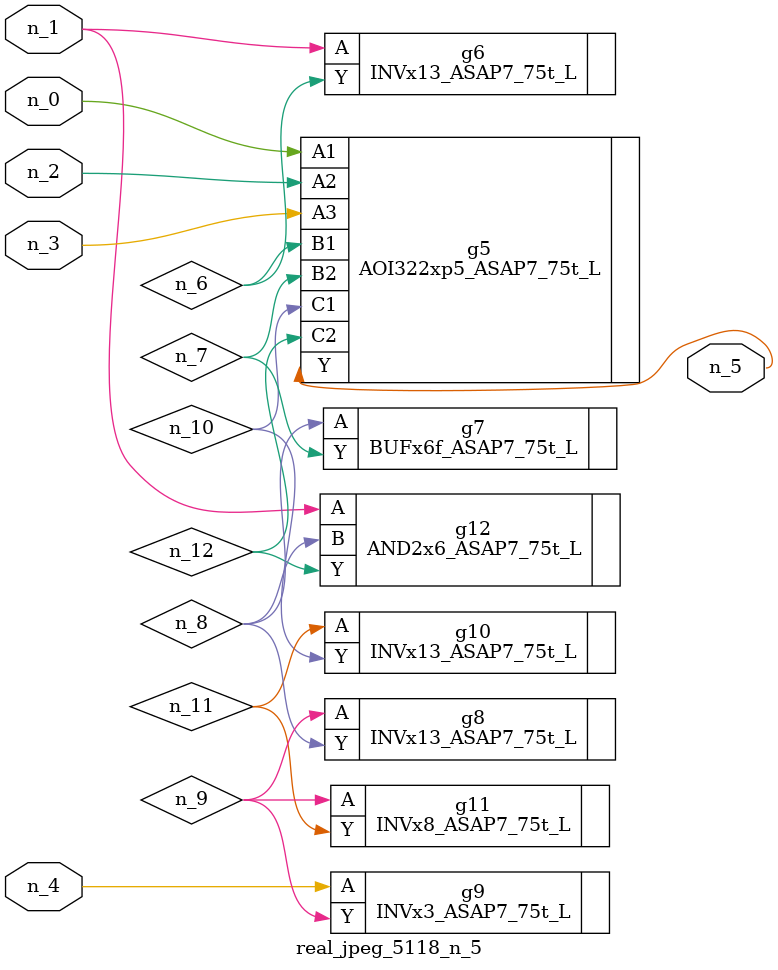
<source format=v>
module real_jpeg_5118_n_5 (n_4, n_0, n_1, n_2, n_3, n_5);

input n_4;
input n_0;
input n_1;
input n_2;
input n_3;

output n_5;

wire n_12;
wire n_8;
wire n_11;
wire n_6;
wire n_7;
wire n_10;
wire n_9;

AOI322xp5_ASAP7_75t_L g5 ( 
.A1(n_0),
.A2(n_2),
.A3(n_3),
.B1(n_6),
.B2(n_7),
.C1(n_10),
.C2(n_12),
.Y(n_5)
);

INVx13_ASAP7_75t_L g6 ( 
.A(n_1),
.Y(n_6)
);

AND2x6_ASAP7_75t_L g12 ( 
.A(n_1),
.B(n_8),
.Y(n_12)
);

INVx3_ASAP7_75t_L g9 ( 
.A(n_4),
.Y(n_9)
);

BUFx6f_ASAP7_75t_L g7 ( 
.A(n_8),
.Y(n_7)
);

INVx13_ASAP7_75t_L g8 ( 
.A(n_9),
.Y(n_8)
);

INVx8_ASAP7_75t_L g11 ( 
.A(n_9),
.Y(n_11)
);

INVx13_ASAP7_75t_L g10 ( 
.A(n_11),
.Y(n_10)
);


endmodule
</source>
